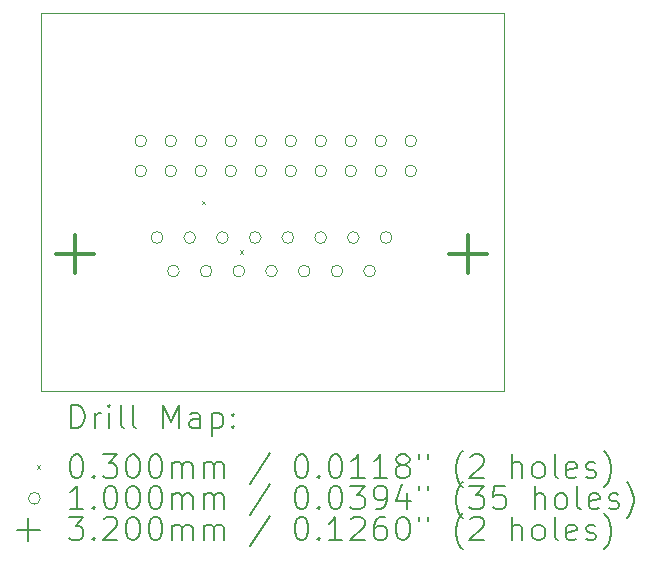
<source format=gbr>
%TF.GenerationSoftware,KiCad,Pcbnew,8.0.5*%
%TF.CreationDate,2024-10-24T17:48:36+02:00*%
%TF.ProjectId,parallel_adapter,70617261-6c6c-4656-9c5f-616461707465,rev?*%
%TF.SameCoordinates,Original*%
%TF.FileFunction,Drillmap*%
%TF.FilePolarity,Positive*%
%FSLAX45Y45*%
G04 Gerber Fmt 4.5, Leading zero omitted, Abs format (unit mm)*
G04 Created by KiCad (PCBNEW 8.0.5) date 2024-10-24 17:48:36*
%MOMM*%
%LPD*%
G01*
G04 APERTURE LIST*
%ADD10C,0.050000*%
%ADD11C,0.200000*%
%ADD12C,0.100000*%
%ADD13C,0.320000*%
G04 APERTURE END LIST*
D10*
X13060000Y-6920000D02*
X16980000Y-6920000D01*
X16980000Y-10120000D01*
X13060000Y-10120000D01*
X13060000Y-6920000D01*
D11*
D12*
X14425000Y-8505000D02*
X14455000Y-8535000D01*
X14455000Y-8505000D02*
X14425000Y-8535000D01*
X14745000Y-8925000D02*
X14775000Y-8955000D01*
X14775000Y-8925000D02*
X14745000Y-8955000D01*
X13958000Y-8000000D02*
G75*
G02*
X13858000Y-8000000I-50000J0D01*
G01*
X13858000Y-8000000D02*
G75*
G02*
X13958000Y-8000000I50000J0D01*
G01*
X13958000Y-8254000D02*
G75*
G02*
X13858000Y-8254000I-50000J0D01*
G01*
X13858000Y-8254000D02*
G75*
G02*
X13958000Y-8254000I50000J0D01*
G01*
X14095500Y-8818000D02*
G75*
G02*
X13995500Y-8818000I-50000J0D01*
G01*
X13995500Y-8818000D02*
G75*
G02*
X14095500Y-8818000I50000J0D01*
G01*
X14212000Y-8000000D02*
G75*
G02*
X14112000Y-8000000I-50000J0D01*
G01*
X14112000Y-8000000D02*
G75*
G02*
X14212000Y-8000000I50000J0D01*
G01*
X14212000Y-8254000D02*
G75*
G02*
X14112000Y-8254000I-50000J0D01*
G01*
X14112000Y-8254000D02*
G75*
G02*
X14212000Y-8254000I50000J0D01*
G01*
X14234000Y-9102000D02*
G75*
G02*
X14134000Y-9102000I-50000J0D01*
G01*
X14134000Y-9102000D02*
G75*
G02*
X14234000Y-9102000I50000J0D01*
G01*
X14372500Y-8818000D02*
G75*
G02*
X14272500Y-8818000I-50000J0D01*
G01*
X14272500Y-8818000D02*
G75*
G02*
X14372500Y-8818000I50000J0D01*
G01*
X14466000Y-8000000D02*
G75*
G02*
X14366000Y-8000000I-50000J0D01*
G01*
X14366000Y-8000000D02*
G75*
G02*
X14466000Y-8000000I50000J0D01*
G01*
X14466000Y-8254000D02*
G75*
G02*
X14366000Y-8254000I-50000J0D01*
G01*
X14366000Y-8254000D02*
G75*
G02*
X14466000Y-8254000I50000J0D01*
G01*
X14511000Y-9102000D02*
G75*
G02*
X14411000Y-9102000I-50000J0D01*
G01*
X14411000Y-9102000D02*
G75*
G02*
X14511000Y-9102000I50000J0D01*
G01*
X14649500Y-8818000D02*
G75*
G02*
X14549500Y-8818000I-50000J0D01*
G01*
X14549500Y-8818000D02*
G75*
G02*
X14649500Y-8818000I50000J0D01*
G01*
X14720000Y-8000000D02*
G75*
G02*
X14620000Y-8000000I-50000J0D01*
G01*
X14620000Y-8000000D02*
G75*
G02*
X14720000Y-8000000I50000J0D01*
G01*
X14720000Y-8254000D02*
G75*
G02*
X14620000Y-8254000I-50000J0D01*
G01*
X14620000Y-8254000D02*
G75*
G02*
X14720000Y-8254000I50000J0D01*
G01*
X14788000Y-9102000D02*
G75*
G02*
X14688000Y-9102000I-50000J0D01*
G01*
X14688000Y-9102000D02*
G75*
G02*
X14788000Y-9102000I50000J0D01*
G01*
X14926500Y-8818000D02*
G75*
G02*
X14826500Y-8818000I-50000J0D01*
G01*
X14826500Y-8818000D02*
G75*
G02*
X14926500Y-8818000I50000J0D01*
G01*
X14974000Y-8000000D02*
G75*
G02*
X14874000Y-8000000I-50000J0D01*
G01*
X14874000Y-8000000D02*
G75*
G02*
X14974000Y-8000000I50000J0D01*
G01*
X14974000Y-8254000D02*
G75*
G02*
X14874000Y-8254000I-50000J0D01*
G01*
X14874000Y-8254000D02*
G75*
G02*
X14974000Y-8254000I50000J0D01*
G01*
X15065000Y-9102000D02*
G75*
G02*
X14965000Y-9102000I-50000J0D01*
G01*
X14965000Y-9102000D02*
G75*
G02*
X15065000Y-9102000I50000J0D01*
G01*
X15203500Y-8818000D02*
G75*
G02*
X15103500Y-8818000I-50000J0D01*
G01*
X15103500Y-8818000D02*
G75*
G02*
X15203500Y-8818000I50000J0D01*
G01*
X15228000Y-8000000D02*
G75*
G02*
X15128000Y-8000000I-50000J0D01*
G01*
X15128000Y-8000000D02*
G75*
G02*
X15228000Y-8000000I50000J0D01*
G01*
X15228000Y-8254000D02*
G75*
G02*
X15128000Y-8254000I-50000J0D01*
G01*
X15128000Y-8254000D02*
G75*
G02*
X15228000Y-8254000I50000J0D01*
G01*
X15342000Y-9102000D02*
G75*
G02*
X15242000Y-9102000I-50000J0D01*
G01*
X15242000Y-9102000D02*
G75*
G02*
X15342000Y-9102000I50000J0D01*
G01*
X15480500Y-8818000D02*
G75*
G02*
X15380500Y-8818000I-50000J0D01*
G01*
X15380500Y-8818000D02*
G75*
G02*
X15480500Y-8818000I50000J0D01*
G01*
X15482000Y-8000000D02*
G75*
G02*
X15382000Y-8000000I-50000J0D01*
G01*
X15382000Y-8000000D02*
G75*
G02*
X15482000Y-8000000I50000J0D01*
G01*
X15482000Y-8254000D02*
G75*
G02*
X15382000Y-8254000I-50000J0D01*
G01*
X15382000Y-8254000D02*
G75*
G02*
X15482000Y-8254000I50000J0D01*
G01*
X15619000Y-9102000D02*
G75*
G02*
X15519000Y-9102000I-50000J0D01*
G01*
X15519000Y-9102000D02*
G75*
G02*
X15619000Y-9102000I50000J0D01*
G01*
X15736000Y-8000000D02*
G75*
G02*
X15636000Y-8000000I-50000J0D01*
G01*
X15636000Y-8000000D02*
G75*
G02*
X15736000Y-8000000I50000J0D01*
G01*
X15736000Y-8254000D02*
G75*
G02*
X15636000Y-8254000I-50000J0D01*
G01*
X15636000Y-8254000D02*
G75*
G02*
X15736000Y-8254000I50000J0D01*
G01*
X15757500Y-8818000D02*
G75*
G02*
X15657500Y-8818000I-50000J0D01*
G01*
X15657500Y-8818000D02*
G75*
G02*
X15757500Y-8818000I50000J0D01*
G01*
X15896000Y-9102000D02*
G75*
G02*
X15796000Y-9102000I-50000J0D01*
G01*
X15796000Y-9102000D02*
G75*
G02*
X15896000Y-9102000I50000J0D01*
G01*
X15990000Y-8000000D02*
G75*
G02*
X15890000Y-8000000I-50000J0D01*
G01*
X15890000Y-8000000D02*
G75*
G02*
X15990000Y-8000000I50000J0D01*
G01*
X15990000Y-8254000D02*
G75*
G02*
X15890000Y-8254000I-50000J0D01*
G01*
X15890000Y-8254000D02*
G75*
G02*
X15990000Y-8254000I50000J0D01*
G01*
X16034500Y-8818000D02*
G75*
G02*
X15934500Y-8818000I-50000J0D01*
G01*
X15934500Y-8818000D02*
G75*
G02*
X16034500Y-8818000I50000J0D01*
G01*
X16244000Y-8000000D02*
G75*
G02*
X16144000Y-8000000I-50000J0D01*
G01*
X16144000Y-8000000D02*
G75*
G02*
X16244000Y-8000000I50000J0D01*
G01*
X16244000Y-8254000D02*
G75*
G02*
X16144000Y-8254000I-50000J0D01*
G01*
X16144000Y-8254000D02*
G75*
G02*
X16244000Y-8254000I50000J0D01*
G01*
D13*
X13350000Y-8800000D02*
X13350000Y-9120000D01*
X13190000Y-8960000D02*
X13510000Y-8960000D01*
X16680000Y-8800000D02*
X16680000Y-9120000D01*
X16520000Y-8960000D02*
X16840000Y-8960000D01*
D11*
X13318277Y-10433984D02*
X13318277Y-10233984D01*
X13318277Y-10233984D02*
X13365896Y-10233984D01*
X13365896Y-10233984D02*
X13394467Y-10243508D01*
X13394467Y-10243508D02*
X13413515Y-10262555D01*
X13413515Y-10262555D02*
X13423039Y-10281603D01*
X13423039Y-10281603D02*
X13432562Y-10319698D01*
X13432562Y-10319698D02*
X13432562Y-10348270D01*
X13432562Y-10348270D02*
X13423039Y-10386365D01*
X13423039Y-10386365D02*
X13413515Y-10405412D01*
X13413515Y-10405412D02*
X13394467Y-10424460D01*
X13394467Y-10424460D02*
X13365896Y-10433984D01*
X13365896Y-10433984D02*
X13318277Y-10433984D01*
X13518277Y-10433984D02*
X13518277Y-10300650D01*
X13518277Y-10338746D02*
X13527801Y-10319698D01*
X13527801Y-10319698D02*
X13537324Y-10310174D01*
X13537324Y-10310174D02*
X13556372Y-10300650D01*
X13556372Y-10300650D02*
X13575420Y-10300650D01*
X13642086Y-10433984D02*
X13642086Y-10300650D01*
X13642086Y-10233984D02*
X13632562Y-10243508D01*
X13632562Y-10243508D02*
X13642086Y-10253031D01*
X13642086Y-10253031D02*
X13651610Y-10243508D01*
X13651610Y-10243508D02*
X13642086Y-10233984D01*
X13642086Y-10233984D02*
X13642086Y-10253031D01*
X13765896Y-10433984D02*
X13746848Y-10424460D01*
X13746848Y-10424460D02*
X13737324Y-10405412D01*
X13737324Y-10405412D02*
X13737324Y-10233984D01*
X13870658Y-10433984D02*
X13851610Y-10424460D01*
X13851610Y-10424460D02*
X13842086Y-10405412D01*
X13842086Y-10405412D02*
X13842086Y-10233984D01*
X14099229Y-10433984D02*
X14099229Y-10233984D01*
X14099229Y-10233984D02*
X14165896Y-10376841D01*
X14165896Y-10376841D02*
X14232562Y-10233984D01*
X14232562Y-10233984D02*
X14232562Y-10433984D01*
X14413515Y-10433984D02*
X14413515Y-10329222D01*
X14413515Y-10329222D02*
X14403991Y-10310174D01*
X14403991Y-10310174D02*
X14384943Y-10300650D01*
X14384943Y-10300650D02*
X14346848Y-10300650D01*
X14346848Y-10300650D02*
X14327801Y-10310174D01*
X14413515Y-10424460D02*
X14394467Y-10433984D01*
X14394467Y-10433984D02*
X14346848Y-10433984D01*
X14346848Y-10433984D02*
X14327801Y-10424460D01*
X14327801Y-10424460D02*
X14318277Y-10405412D01*
X14318277Y-10405412D02*
X14318277Y-10386365D01*
X14318277Y-10386365D02*
X14327801Y-10367317D01*
X14327801Y-10367317D02*
X14346848Y-10357793D01*
X14346848Y-10357793D02*
X14394467Y-10357793D01*
X14394467Y-10357793D02*
X14413515Y-10348270D01*
X14508753Y-10300650D02*
X14508753Y-10500650D01*
X14508753Y-10310174D02*
X14527801Y-10300650D01*
X14527801Y-10300650D02*
X14565896Y-10300650D01*
X14565896Y-10300650D02*
X14584943Y-10310174D01*
X14584943Y-10310174D02*
X14594467Y-10319698D01*
X14594467Y-10319698D02*
X14603991Y-10338746D01*
X14603991Y-10338746D02*
X14603991Y-10395889D01*
X14603991Y-10395889D02*
X14594467Y-10414936D01*
X14594467Y-10414936D02*
X14584943Y-10424460D01*
X14584943Y-10424460D02*
X14565896Y-10433984D01*
X14565896Y-10433984D02*
X14527801Y-10433984D01*
X14527801Y-10433984D02*
X14508753Y-10424460D01*
X14689705Y-10414936D02*
X14699229Y-10424460D01*
X14699229Y-10424460D02*
X14689705Y-10433984D01*
X14689705Y-10433984D02*
X14680182Y-10424460D01*
X14680182Y-10424460D02*
X14689705Y-10414936D01*
X14689705Y-10414936D02*
X14689705Y-10433984D01*
X14689705Y-10310174D02*
X14699229Y-10319698D01*
X14699229Y-10319698D02*
X14689705Y-10329222D01*
X14689705Y-10329222D02*
X14680182Y-10319698D01*
X14680182Y-10319698D02*
X14689705Y-10310174D01*
X14689705Y-10310174D02*
X14689705Y-10329222D01*
D12*
X13027500Y-10747500D02*
X13057500Y-10777500D01*
X13057500Y-10747500D02*
X13027500Y-10777500D01*
D11*
X13356372Y-10653984D02*
X13375420Y-10653984D01*
X13375420Y-10653984D02*
X13394467Y-10663508D01*
X13394467Y-10663508D02*
X13403991Y-10673031D01*
X13403991Y-10673031D02*
X13413515Y-10692079D01*
X13413515Y-10692079D02*
X13423039Y-10730174D01*
X13423039Y-10730174D02*
X13423039Y-10777793D01*
X13423039Y-10777793D02*
X13413515Y-10815889D01*
X13413515Y-10815889D02*
X13403991Y-10834936D01*
X13403991Y-10834936D02*
X13394467Y-10844460D01*
X13394467Y-10844460D02*
X13375420Y-10853984D01*
X13375420Y-10853984D02*
X13356372Y-10853984D01*
X13356372Y-10853984D02*
X13337324Y-10844460D01*
X13337324Y-10844460D02*
X13327801Y-10834936D01*
X13327801Y-10834936D02*
X13318277Y-10815889D01*
X13318277Y-10815889D02*
X13308753Y-10777793D01*
X13308753Y-10777793D02*
X13308753Y-10730174D01*
X13308753Y-10730174D02*
X13318277Y-10692079D01*
X13318277Y-10692079D02*
X13327801Y-10673031D01*
X13327801Y-10673031D02*
X13337324Y-10663508D01*
X13337324Y-10663508D02*
X13356372Y-10653984D01*
X13508753Y-10834936D02*
X13518277Y-10844460D01*
X13518277Y-10844460D02*
X13508753Y-10853984D01*
X13508753Y-10853984D02*
X13499229Y-10844460D01*
X13499229Y-10844460D02*
X13508753Y-10834936D01*
X13508753Y-10834936D02*
X13508753Y-10853984D01*
X13584943Y-10653984D02*
X13708753Y-10653984D01*
X13708753Y-10653984D02*
X13642086Y-10730174D01*
X13642086Y-10730174D02*
X13670658Y-10730174D01*
X13670658Y-10730174D02*
X13689705Y-10739698D01*
X13689705Y-10739698D02*
X13699229Y-10749222D01*
X13699229Y-10749222D02*
X13708753Y-10768270D01*
X13708753Y-10768270D02*
X13708753Y-10815889D01*
X13708753Y-10815889D02*
X13699229Y-10834936D01*
X13699229Y-10834936D02*
X13689705Y-10844460D01*
X13689705Y-10844460D02*
X13670658Y-10853984D01*
X13670658Y-10853984D02*
X13613515Y-10853984D01*
X13613515Y-10853984D02*
X13594467Y-10844460D01*
X13594467Y-10844460D02*
X13584943Y-10834936D01*
X13832562Y-10653984D02*
X13851610Y-10653984D01*
X13851610Y-10653984D02*
X13870658Y-10663508D01*
X13870658Y-10663508D02*
X13880182Y-10673031D01*
X13880182Y-10673031D02*
X13889705Y-10692079D01*
X13889705Y-10692079D02*
X13899229Y-10730174D01*
X13899229Y-10730174D02*
X13899229Y-10777793D01*
X13899229Y-10777793D02*
X13889705Y-10815889D01*
X13889705Y-10815889D02*
X13880182Y-10834936D01*
X13880182Y-10834936D02*
X13870658Y-10844460D01*
X13870658Y-10844460D02*
X13851610Y-10853984D01*
X13851610Y-10853984D02*
X13832562Y-10853984D01*
X13832562Y-10853984D02*
X13813515Y-10844460D01*
X13813515Y-10844460D02*
X13803991Y-10834936D01*
X13803991Y-10834936D02*
X13794467Y-10815889D01*
X13794467Y-10815889D02*
X13784943Y-10777793D01*
X13784943Y-10777793D02*
X13784943Y-10730174D01*
X13784943Y-10730174D02*
X13794467Y-10692079D01*
X13794467Y-10692079D02*
X13803991Y-10673031D01*
X13803991Y-10673031D02*
X13813515Y-10663508D01*
X13813515Y-10663508D02*
X13832562Y-10653984D01*
X14023039Y-10653984D02*
X14042086Y-10653984D01*
X14042086Y-10653984D02*
X14061134Y-10663508D01*
X14061134Y-10663508D02*
X14070658Y-10673031D01*
X14070658Y-10673031D02*
X14080182Y-10692079D01*
X14080182Y-10692079D02*
X14089705Y-10730174D01*
X14089705Y-10730174D02*
X14089705Y-10777793D01*
X14089705Y-10777793D02*
X14080182Y-10815889D01*
X14080182Y-10815889D02*
X14070658Y-10834936D01*
X14070658Y-10834936D02*
X14061134Y-10844460D01*
X14061134Y-10844460D02*
X14042086Y-10853984D01*
X14042086Y-10853984D02*
X14023039Y-10853984D01*
X14023039Y-10853984D02*
X14003991Y-10844460D01*
X14003991Y-10844460D02*
X13994467Y-10834936D01*
X13994467Y-10834936D02*
X13984943Y-10815889D01*
X13984943Y-10815889D02*
X13975420Y-10777793D01*
X13975420Y-10777793D02*
X13975420Y-10730174D01*
X13975420Y-10730174D02*
X13984943Y-10692079D01*
X13984943Y-10692079D02*
X13994467Y-10673031D01*
X13994467Y-10673031D02*
X14003991Y-10663508D01*
X14003991Y-10663508D02*
X14023039Y-10653984D01*
X14175420Y-10853984D02*
X14175420Y-10720650D01*
X14175420Y-10739698D02*
X14184943Y-10730174D01*
X14184943Y-10730174D02*
X14203991Y-10720650D01*
X14203991Y-10720650D02*
X14232563Y-10720650D01*
X14232563Y-10720650D02*
X14251610Y-10730174D01*
X14251610Y-10730174D02*
X14261134Y-10749222D01*
X14261134Y-10749222D02*
X14261134Y-10853984D01*
X14261134Y-10749222D02*
X14270658Y-10730174D01*
X14270658Y-10730174D02*
X14289705Y-10720650D01*
X14289705Y-10720650D02*
X14318277Y-10720650D01*
X14318277Y-10720650D02*
X14337324Y-10730174D01*
X14337324Y-10730174D02*
X14346848Y-10749222D01*
X14346848Y-10749222D02*
X14346848Y-10853984D01*
X14442086Y-10853984D02*
X14442086Y-10720650D01*
X14442086Y-10739698D02*
X14451610Y-10730174D01*
X14451610Y-10730174D02*
X14470658Y-10720650D01*
X14470658Y-10720650D02*
X14499229Y-10720650D01*
X14499229Y-10720650D02*
X14518277Y-10730174D01*
X14518277Y-10730174D02*
X14527801Y-10749222D01*
X14527801Y-10749222D02*
X14527801Y-10853984D01*
X14527801Y-10749222D02*
X14537324Y-10730174D01*
X14537324Y-10730174D02*
X14556372Y-10720650D01*
X14556372Y-10720650D02*
X14584943Y-10720650D01*
X14584943Y-10720650D02*
X14603991Y-10730174D01*
X14603991Y-10730174D02*
X14613515Y-10749222D01*
X14613515Y-10749222D02*
X14613515Y-10853984D01*
X15003991Y-10644460D02*
X14832563Y-10901603D01*
X15261134Y-10653984D02*
X15280182Y-10653984D01*
X15280182Y-10653984D02*
X15299229Y-10663508D01*
X15299229Y-10663508D02*
X15308753Y-10673031D01*
X15308753Y-10673031D02*
X15318277Y-10692079D01*
X15318277Y-10692079D02*
X15327801Y-10730174D01*
X15327801Y-10730174D02*
X15327801Y-10777793D01*
X15327801Y-10777793D02*
X15318277Y-10815889D01*
X15318277Y-10815889D02*
X15308753Y-10834936D01*
X15308753Y-10834936D02*
X15299229Y-10844460D01*
X15299229Y-10844460D02*
X15280182Y-10853984D01*
X15280182Y-10853984D02*
X15261134Y-10853984D01*
X15261134Y-10853984D02*
X15242086Y-10844460D01*
X15242086Y-10844460D02*
X15232563Y-10834936D01*
X15232563Y-10834936D02*
X15223039Y-10815889D01*
X15223039Y-10815889D02*
X15213515Y-10777793D01*
X15213515Y-10777793D02*
X15213515Y-10730174D01*
X15213515Y-10730174D02*
X15223039Y-10692079D01*
X15223039Y-10692079D02*
X15232563Y-10673031D01*
X15232563Y-10673031D02*
X15242086Y-10663508D01*
X15242086Y-10663508D02*
X15261134Y-10653984D01*
X15413515Y-10834936D02*
X15423039Y-10844460D01*
X15423039Y-10844460D02*
X15413515Y-10853984D01*
X15413515Y-10853984D02*
X15403991Y-10844460D01*
X15403991Y-10844460D02*
X15413515Y-10834936D01*
X15413515Y-10834936D02*
X15413515Y-10853984D01*
X15546848Y-10653984D02*
X15565896Y-10653984D01*
X15565896Y-10653984D02*
X15584944Y-10663508D01*
X15584944Y-10663508D02*
X15594467Y-10673031D01*
X15594467Y-10673031D02*
X15603991Y-10692079D01*
X15603991Y-10692079D02*
X15613515Y-10730174D01*
X15613515Y-10730174D02*
X15613515Y-10777793D01*
X15613515Y-10777793D02*
X15603991Y-10815889D01*
X15603991Y-10815889D02*
X15594467Y-10834936D01*
X15594467Y-10834936D02*
X15584944Y-10844460D01*
X15584944Y-10844460D02*
X15565896Y-10853984D01*
X15565896Y-10853984D02*
X15546848Y-10853984D01*
X15546848Y-10853984D02*
X15527801Y-10844460D01*
X15527801Y-10844460D02*
X15518277Y-10834936D01*
X15518277Y-10834936D02*
X15508753Y-10815889D01*
X15508753Y-10815889D02*
X15499229Y-10777793D01*
X15499229Y-10777793D02*
X15499229Y-10730174D01*
X15499229Y-10730174D02*
X15508753Y-10692079D01*
X15508753Y-10692079D02*
X15518277Y-10673031D01*
X15518277Y-10673031D02*
X15527801Y-10663508D01*
X15527801Y-10663508D02*
X15546848Y-10653984D01*
X15803991Y-10853984D02*
X15689706Y-10853984D01*
X15746848Y-10853984D02*
X15746848Y-10653984D01*
X15746848Y-10653984D02*
X15727801Y-10682555D01*
X15727801Y-10682555D02*
X15708753Y-10701603D01*
X15708753Y-10701603D02*
X15689706Y-10711127D01*
X15994467Y-10853984D02*
X15880182Y-10853984D01*
X15937325Y-10853984D02*
X15937325Y-10653984D01*
X15937325Y-10653984D02*
X15918277Y-10682555D01*
X15918277Y-10682555D02*
X15899229Y-10701603D01*
X15899229Y-10701603D02*
X15880182Y-10711127D01*
X16108753Y-10739698D02*
X16089706Y-10730174D01*
X16089706Y-10730174D02*
X16080182Y-10720650D01*
X16080182Y-10720650D02*
X16070658Y-10701603D01*
X16070658Y-10701603D02*
X16070658Y-10692079D01*
X16070658Y-10692079D02*
X16080182Y-10673031D01*
X16080182Y-10673031D02*
X16089706Y-10663508D01*
X16089706Y-10663508D02*
X16108753Y-10653984D01*
X16108753Y-10653984D02*
X16146848Y-10653984D01*
X16146848Y-10653984D02*
X16165896Y-10663508D01*
X16165896Y-10663508D02*
X16175420Y-10673031D01*
X16175420Y-10673031D02*
X16184944Y-10692079D01*
X16184944Y-10692079D02*
X16184944Y-10701603D01*
X16184944Y-10701603D02*
X16175420Y-10720650D01*
X16175420Y-10720650D02*
X16165896Y-10730174D01*
X16165896Y-10730174D02*
X16146848Y-10739698D01*
X16146848Y-10739698D02*
X16108753Y-10739698D01*
X16108753Y-10739698D02*
X16089706Y-10749222D01*
X16089706Y-10749222D02*
X16080182Y-10758746D01*
X16080182Y-10758746D02*
X16070658Y-10777793D01*
X16070658Y-10777793D02*
X16070658Y-10815889D01*
X16070658Y-10815889D02*
X16080182Y-10834936D01*
X16080182Y-10834936D02*
X16089706Y-10844460D01*
X16089706Y-10844460D02*
X16108753Y-10853984D01*
X16108753Y-10853984D02*
X16146848Y-10853984D01*
X16146848Y-10853984D02*
X16165896Y-10844460D01*
X16165896Y-10844460D02*
X16175420Y-10834936D01*
X16175420Y-10834936D02*
X16184944Y-10815889D01*
X16184944Y-10815889D02*
X16184944Y-10777793D01*
X16184944Y-10777793D02*
X16175420Y-10758746D01*
X16175420Y-10758746D02*
X16165896Y-10749222D01*
X16165896Y-10749222D02*
X16146848Y-10739698D01*
X16261134Y-10653984D02*
X16261134Y-10692079D01*
X16337325Y-10653984D02*
X16337325Y-10692079D01*
X16632563Y-10930174D02*
X16623039Y-10920650D01*
X16623039Y-10920650D02*
X16603991Y-10892079D01*
X16603991Y-10892079D02*
X16594468Y-10873031D01*
X16594468Y-10873031D02*
X16584944Y-10844460D01*
X16584944Y-10844460D02*
X16575420Y-10796841D01*
X16575420Y-10796841D02*
X16575420Y-10758746D01*
X16575420Y-10758746D02*
X16584944Y-10711127D01*
X16584944Y-10711127D02*
X16594468Y-10682555D01*
X16594468Y-10682555D02*
X16603991Y-10663508D01*
X16603991Y-10663508D02*
X16623039Y-10634936D01*
X16623039Y-10634936D02*
X16632563Y-10625412D01*
X16699229Y-10673031D02*
X16708753Y-10663508D01*
X16708753Y-10663508D02*
X16727801Y-10653984D01*
X16727801Y-10653984D02*
X16775420Y-10653984D01*
X16775420Y-10653984D02*
X16794468Y-10663508D01*
X16794468Y-10663508D02*
X16803991Y-10673031D01*
X16803991Y-10673031D02*
X16813515Y-10692079D01*
X16813515Y-10692079D02*
X16813515Y-10711127D01*
X16813515Y-10711127D02*
X16803991Y-10739698D01*
X16803991Y-10739698D02*
X16689706Y-10853984D01*
X16689706Y-10853984D02*
X16813515Y-10853984D01*
X17051611Y-10853984D02*
X17051611Y-10653984D01*
X17137325Y-10853984D02*
X17137325Y-10749222D01*
X17137325Y-10749222D02*
X17127801Y-10730174D01*
X17127801Y-10730174D02*
X17108753Y-10720650D01*
X17108753Y-10720650D02*
X17080182Y-10720650D01*
X17080182Y-10720650D02*
X17061134Y-10730174D01*
X17061134Y-10730174D02*
X17051611Y-10739698D01*
X17261134Y-10853984D02*
X17242087Y-10844460D01*
X17242087Y-10844460D02*
X17232563Y-10834936D01*
X17232563Y-10834936D02*
X17223039Y-10815889D01*
X17223039Y-10815889D02*
X17223039Y-10758746D01*
X17223039Y-10758746D02*
X17232563Y-10739698D01*
X17232563Y-10739698D02*
X17242087Y-10730174D01*
X17242087Y-10730174D02*
X17261134Y-10720650D01*
X17261134Y-10720650D02*
X17289706Y-10720650D01*
X17289706Y-10720650D02*
X17308753Y-10730174D01*
X17308753Y-10730174D02*
X17318277Y-10739698D01*
X17318277Y-10739698D02*
X17327801Y-10758746D01*
X17327801Y-10758746D02*
X17327801Y-10815889D01*
X17327801Y-10815889D02*
X17318277Y-10834936D01*
X17318277Y-10834936D02*
X17308753Y-10844460D01*
X17308753Y-10844460D02*
X17289706Y-10853984D01*
X17289706Y-10853984D02*
X17261134Y-10853984D01*
X17442087Y-10853984D02*
X17423039Y-10844460D01*
X17423039Y-10844460D02*
X17413515Y-10825412D01*
X17413515Y-10825412D02*
X17413515Y-10653984D01*
X17594468Y-10844460D02*
X17575420Y-10853984D01*
X17575420Y-10853984D02*
X17537325Y-10853984D01*
X17537325Y-10853984D02*
X17518277Y-10844460D01*
X17518277Y-10844460D02*
X17508753Y-10825412D01*
X17508753Y-10825412D02*
X17508753Y-10749222D01*
X17508753Y-10749222D02*
X17518277Y-10730174D01*
X17518277Y-10730174D02*
X17537325Y-10720650D01*
X17537325Y-10720650D02*
X17575420Y-10720650D01*
X17575420Y-10720650D02*
X17594468Y-10730174D01*
X17594468Y-10730174D02*
X17603992Y-10749222D01*
X17603992Y-10749222D02*
X17603992Y-10768270D01*
X17603992Y-10768270D02*
X17508753Y-10787317D01*
X17680182Y-10844460D02*
X17699230Y-10853984D01*
X17699230Y-10853984D02*
X17737325Y-10853984D01*
X17737325Y-10853984D02*
X17756373Y-10844460D01*
X17756373Y-10844460D02*
X17765896Y-10825412D01*
X17765896Y-10825412D02*
X17765896Y-10815889D01*
X17765896Y-10815889D02*
X17756373Y-10796841D01*
X17756373Y-10796841D02*
X17737325Y-10787317D01*
X17737325Y-10787317D02*
X17708753Y-10787317D01*
X17708753Y-10787317D02*
X17689706Y-10777793D01*
X17689706Y-10777793D02*
X17680182Y-10758746D01*
X17680182Y-10758746D02*
X17680182Y-10749222D01*
X17680182Y-10749222D02*
X17689706Y-10730174D01*
X17689706Y-10730174D02*
X17708753Y-10720650D01*
X17708753Y-10720650D02*
X17737325Y-10720650D01*
X17737325Y-10720650D02*
X17756373Y-10730174D01*
X17832563Y-10930174D02*
X17842087Y-10920650D01*
X17842087Y-10920650D02*
X17861134Y-10892079D01*
X17861134Y-10892079D02*
X17870658Y-10873031D01*
X17870658Y-10873031D02*
X17880182Y-10844460D01*
X17880182Y-10844460D02*
X17889706Y-10796841D01*
X17889706Y-10796841D02*
X17889706Y-10758746D01*
X17889706Y-10758746D02*
X17880182Y-10711127D01*
X17880182Y-10711127D02*
X17870658Y-10682555D01*
X17870658Y-10682555D02*
X17861134Y-10663508D01*
X17861134Y-10663508D02*
X17842087Y-10634936D01*
X17842087Y-10634936D02*
X17832563Y-10625412D01*
D12*
X13057500Y-11026500D02*
G75*
G02*
X12957500Y-11026500I-50000J0D01*
G01*
X12957500Y-11026500D02*
G75*
G02*
X13057500Y-11026500I50000J0D01*
G01*
D11*
X13423039Y-11117984D02*
X13308753Y-11117984D01*
X13365896Y-11117984D02*
X13365896Y-10917984D01*
X13365896Y-10917984D02*
X13346848Y-10946555D01*
X13346848Y-10946555D02*
X13327801Y-10965603D01*
X13327801Y-10965603D02*
X13308753Y-10975127D01*
X13508753Y-11098936D02*
X13518277Y-11108460D01*
X13518277Y-11108460D02*
X13508753Y-11117984D01*
X13508753Y-11117984D02*
X13499229Y-11108460D01*
X13499229Y-11108460D02*
X13508753Y-11098936D01*
X13508753Y-11098936D02*
X13508753Y-11117984D01*
X13642086Y-10917984D02*
X13661134Y-10917984D01*
X13661134Y-10917984D02*
X13680182Y-10927508D01*
X13680182Y-10927508D02*
X13689705Y-10937031D01*
X13689705Y-10937031D02*
X13699229Y-10956079D01*
X13699229Y-10956079D02*
X13708753Y-10994174D01*
X13708753Y-10994174D02*
X13708753Y-11041793D01*
X13708753Y-11041793D02*
X13699229Y-11079889D01*
X13699229Y-11079889D02*
X13689705Y-11098936D01*
X13689705Y-11098936D02*
X13680182Y-11108460D01*
X13680182Y-11108460D02*
X13661134Y-11117984D01*
X13661134Y-11117984D02*
X13642086Y-11117984D01*
X13642086Y-11117984D02*
X13623039Y-11108460D01*
X13623039Y-11108460D02*
X13613515Y-11098936D01*
X13613515Y-11098936D02*
X13603991Y-11079889D01*
X13603991Y-11079889D02*
X13594467Y-11041793D01*
X13594467Y-11041793D02*
X13594467Y-10994174D01*
X13594467Y-10994174D02*
X13603991Y-10956079D01*
X13603991Y-10956079D02*
X13613515Y-10937031D01*
X13613515Y-10937031D02*
X13623039Y-10927508D01*
X13623039Y-10927508D02*
X13642086Y-10917984D01*
X13832562Y-10917984D02*
X13851610Y-10917984D01*
X13851610Y-10917984D02*
X13870658Y-10927508D01*
X13870658Y-10927508D02*
X13880182Y-10937031D01*
X13880182Y-10937031D02*
X13889705Y-10956079D01*
X13889705Y-10956079D02*
X13899229Y-10994174D01*
X13899229Y-10994174D02*
X13899229Y-11041793D01*
X13899229Y-11041793D02*
X13889705Y-11079889D01*
X13889705Y-11079889D02*
X13880182Y-11098936D01*
X13880182Y-11098936D02*
X13870658Y-11108460D01*
X13870658Y-11108460D02*
X13851610Y-11117984D01*
X13851610Y-11117984D02*
X13832562Y-11117984D01*
X13832562Y-11117984D02*
X13813515Y-11108460D01*
X13813515Y-11108460D02*
X13803991Y-11098936D01*
X13803991Y-11098936D02*
X13794467Y-11079889D01*
X13794467Y-11079889D02*
X13784943Y-11041793D01*
X13784943Y-11041793D02*
X13784943Y-10994174D01*
X13784943Y-10994174D02*
X13794467Y-10956079D01*
X13794467Y-10956079D02*
X13803991Y-10937031D01*
X13803991Y-10937031D02*
X13813515Y-10927508D01*
X13813515Y-10927508D02*
X13832562Y-10917984D01*
X14023039Y-10917984D02*
X14042086Y-10917984D01*
X14042086Y-10917984D02*
X14061134Y-10927508D01*
X14061134Y-10927508D02*
X14070658Y-10937031D01*
X14070658Y-10937031D02*
X14080182Y-10956079D01*
X14080182Y-10956079D02*
X14089705Y-10994174D01*
X14089705Y-10994174D02*
X14089705Y-11041793D01*
X14089705Y-11041793D02*
X14080182Y-11079889D01*
X14080182Y-11079889D02*
X14070658Y-11098936D01*
X14070658Y-11098936D02*
X14061134Y-11108460D01*
X14061134Y-11108460D02*
X14042086Y-11117984D01*
X14042086Y-11117984D02*
X14023039Y-11117984D01*
X14023039Y-11117984D02*
X14003991Y-11108460D01*
X14003991Y-11108460D02*
X13994467Y-11098936D01*
X13994467Y-11098936D02*
X13984943Y-11079889D01*
X13984943Y-11079889D02*
X13975420Y-11041793D01*
X13975420Y-11041793D02*
X13975420Y-10994174D01*
X13975420Y-10994174D02*
X13984943Y-10956079D01*
X13984943Y-10956079D02*
X13994467Y-10937031D01*
X13994467Y-10937031D02*
X14003991Y-10927508D01*
X14003991Y-10927508D02*
X14023039Y-10917984D01*
X14175420Y-11117984D02*
X14175420Y-10984650D01*
X14175420Y-11003698D02*
X14184943Y-10994174D01*
X14184943Y-10994174D02*
X14203991Y-10984650D01*
X14203991Y-10984650D02*
X14232563Y-10984650D01*
X14232563Y-10984650D02*
X14251610Y-10994174D01*
X14251610Y-10994174D02*
X14261134Y-11013222D01*
X14261134Y-11013222D02*
X14261134Y-11117984D01*
X14261134Y-11013222D02*
X14270658Y-10994174D01*
X14270658Y-10994174D02*
X14289705Y-10984650D01*
X14289705Y-10984650D02*
X14318277Y-10984650D01*
X14318277Y-10984650D02*
X14337324Y-10994174D01*
X14337324Y-10994174D02*
X14346848Y-11013222D01*
X14346848Y-11013222D02*
X14346848Y-11117984D01*
X14442086Y-11117984D02*
X14442086Y-10984650D01*
X14442086Y-11003698D02*
X14451610Y-10994174D01*
X14451610Y-10994174D02*
X14470658Y-10984650D01*
X14470658Y-10984650D02*
X14499229Y-10984650D01*
X14499229Y-10984650D02*
X14518277Y-10994174D01*
X14518277Y-10994174D02*
X14527801Y-11013222D01*
X14527801Y-11013222D02*
X14527801Y-11117984D01*
X14527801Y-11013222D02*
X14537324Y-10994174D01*
X14537324Y-10994174D02*
X14556372Y-10984650D01*
X14556372Y-10984650D02*
X14584943Y-10984650D01*
X14584943Y-10984650D02*
X14603991Y-10994174D01*
X14603991Y-10994174D02*
X14613515Y-11013222D01*
X14613515Y-11013222D02*
X14613515Y-11117984D01*
X15003991Y-10908460D02*
X14832563Y-11165603D01*
X15261134Y-10917984D02*
X15280182Y-10917984D01*
X15280182Y-10917984D02*
X15299229Y-10927508D01*
X15299229Y-10927508D02*
X15308753Y-10937031D01*
X15308753Y-10937031D02*
X15318277Y-10956079D01*
X15318277Y-10956079D02*
X15327801Y-10994174D01*
X15327801Y-10994174D02*
X15327801Y-11041793D01*
X15327801Y-11041793D02*
X15318277Y-11079889D01*
X15318277Y-11079889D02*
X15308753Y-11098936D01*
X15308753Y-11098936D02*
X15299229Y-11108460D01*
X15299229Y-11108460D02*
X15280182Y-11117984D01*
X15280182Y-11117984D02*
X15261134Y-11117984D01*
X15261134Y-11117984D02*
X15242086Y-11108460D01*
X15242086Y-11108460D02*
X15232563Y-11098936D01*
X15232563Y-11098936D02*
X15223039Y-11079889D01*
X15223039Y-11079889D02*
X15213515Y-11041793D01*
X15213515Y-11041793D02*
X15213515Y-10994174D01*
X15213515Y-10994174D02*
X15223039Y-10956079D01*
X15223039Y-10956079D02*
X15232563Y-10937031D01*
X15232563Y-10937031D02*
X15242086Y-10927508D01*
X15242086Y-10927508D02*
X15261134Y-10917984D01*
X15413515Y-11098936D02*
X15423039Y-11108460D01*
X15423039Y-11108460D02*
X15413515Y-11117984D01*
X15413515Y-11117984D02*
X15403991Y-11108460D01*
X15403991Y-11108460D02*
X15413515Y-11098936D01*
X15413515Y-11098936D02*
X15413515Y-11117984D01*
X15546848Y-10917984D02*
X15565896Y-10917984D01*
X15565896Y-10917984D02*
X15584944Y-10927508D01*
X15584944Y-10927508D02*
X15594467Y-10937031D01*
X15594467Y-10937031D02*
X15603991Y-10956079D01*
X15603991Y-10956079D02*
X15613515Y-10994174D01*
X15613515Y-10994174D02*
X15613515Y-11041793D01*
X15613515Y-11041793D02*
X15603991Y-11079889D01*
X15603991Y-11079889D02*
X15594467Y-11098936D01*
X15594467Y-11098936D02*
X15584944Y-11108460D01*
X15584944Y-11108460D02*
X15565896Y-11117984D01*
X15565896Y-11117984D02*
X15546848Y-11117984D01*
X15546848Y-11117984D02*
X15527801Y-11108460D01*
X15527801Y-11108460D02*
X15518277Y-11098936D01*
X15518277Y-11098936D02*
X15508753Y-11079889D01*
X15508753Y-11079889D02*
X15499229Y-11041793D01*
X15499229Y-11041793D02*
X15499229Y-10994174D01*
X15499229Y-10994174D02*
X15508753Y-10956079D01*
X15508753Y-10956079D02*
X15518277Y-10937031D01*
X15518277Y-10937031D02*
X15527801Y-10927508D01*
X15527801Y-10927508D02*
X15546848Y-10917984D01*
X15680182Y-10917984D02*
X15803991Y-10917984D01*
X15803991Y-10917984D02*
X15737325Y-10994174D01*
X15737325Y-10994174D02*
X15765896Y-10994174D01*
X15765896Y-10994174D02*
X15784944Y-11003698D01*
X15784944Y-11003698D02*
X15794467Y-11013222D01*
X15794467Y-11013222D02*
X15803991Y-11032270D01*
X15803991Y-11032270D02*
X15803991Y-11079889D01*
X15803991Y-11079889D02*
X15794467Y-11098936D01*
X15794467Y-11098936D02*
X15784944Y-11108460D01*
X15784944Y-11108460D02*
X15765896Y-11117984D01*
X15765896Y-11117984D02*
X15708753Y-11117984D01*
X15708753Y-11117984D02*
X15689706Y-11108460D01*
X15689706Y-11108460D02*
X15680182Y-11098936D01*
X15899229Y-11117984D02*
X15937325Y-11117984D01*
X15937325Y-11117984D02*
X15956372Y-11108460D01*
X15956372Y-11108460D02*
X15965896Y-11098936D01*
X15965896Y-11098936D02*
X15984944Y-11070365D01*
X15984944Y-11070365D02*
X15994467Y-11032270D01*
X15994467Y-11032270D02*
X15994467Y-10956079D01*
X15994467Y-10956079D02*
X15984944Y-10937031D01*
X15984944Y-10937031D02*
X15975420Y-10927508D01*
X15975420Y-10927508D02*
X15956372Y-10917984D01*
X15956372Y-10917984D02*
X15918277Y-10917984D01*
X15918277Y-10917984D02*
X15899229Y-10927508D01*
X15899229Y-10927508D02*
X15889706Y-10937031D01*
X15889706Y-10937031D02*
X15880182Y-10956079D01*
X15880182Y-10956079D02*
X15880182Y-11003698D01*
X15880182Y-11003698D02*
X15889706Y-11022746D01*
X15889706Y-11022746D02*
X15899229Y-11032270D01*
X15899229Y-11032270D02*
X15918277Y-11041793D01*
X15918277Y-11041793D02*
X15956372Y-11041793D01*
X15956372Y-11041793D02*
X15975420Y-11032270D01*
X15975420Y-11032270D02*
X15984944Y-11022746D01*
X15984944Y-11022746D02*
X15994467Y-11003698D01*
X16165896Y-10984650D02*
X16165896Y-11117984D01*
X16118277Y-10908460D02*
X16070658Y-11051317D01*
X16070658Y-11051317D02*
X16194467Y-11051317D01*
X16261134Y-10917984D02*
X16261134Y-10956079D01*
X16337325Y-10917984D02*
X16337325Y-10956079D01*
X16632563Y-11194174D02*
X16623039Y-11184650D01*
X16623039Y-11184650D02*
X16603991Y-11156079D01*
X16603991Y-11156079D02*
X16594468Y-11137031D01*
X16594468Y-11137031D02*
X16584944Y-11108460D01*
X16584944Y-11108460D02*
X16575420Y-11060841D01*
X16575420Y-11060841D02*
X16575420Y-11022746D01*
X16575420Y-11022746D02*
X16584944Y-10975127D01*
X16584944Y-10975127D02*
X16594468Y-10946555D01*
X16594468Y-10946555D02*
X16603991Y-10927508D01*
X16603991Y-10927508D02*
X16623039Y-10898936D01*
X16623039Y-10898936D02*
X16632563Y-10889412D01*
X16689706Y-10917984D02*
X16813515Y-10917984D01*
X16813515Y-10917984D02*
X16746848Y-10994174D01*
X16746848Y-10994174D02*
X16775420Y-10994174D01*
X16775420Y-10994174D02*
X16794468Y-11003698D01*
X16794468Y-11003698D02*
X16803991Y-11013222D01*
X16803991Y-11013222D02*
X16813515Y-11032270D01*
X16813515Y-11032270D02*
X16813515Y-11079889D01*
X16813515Y-11079889D02*
X16803991Y-11098936D01*
X16803991Y-11098936D02*
X16794468Y-11108460D01*
X16794468Y-11108460D02*
X16775420Y-11117984D01*
X16775420Y-11117984D02*
X16718277Y-11117984D01*
X16718277Y-11117984D02*
X16699229Y-11108460D01*
X16699229Y-11108460D02*
X16689706Y-11098936D01*
X16994468Y-10917984D02*
X16899230Y-10917984D01*
X16899230Y-10917984D02*
X16889706Y-11013222D01*
X16889706Y-11013222D02*
X16899230Y-11003698D01*
X16899230Y-11003698D02*
X16918277Y-10994174D01*
X16918277Y-10994174D02*
X16965896Y-10994174D01*
X16965896Y-10994174D02*
X16984944Y-11003698D01*
X16984944Y-11003698D02*
X16994468Y-11013222D01*
X16994468Y-11013222D02*
X17003991Y-11032270D01*
X17003991Y-11032270D02*
X17003991Y-11079889D01*
X17003991Y-11079889D02*
X16994468Y-11098936D01*
X16994468Y-11098936D02*
X16984944Y-11108460D01*
X16984944Y-11108460D02*
X16965896Y-11117984D01*
X16965896Y-11117984D02*
X16918277Y-11117984D01*
X16918277Y-11117984D02*
X16899230Y-11108460D01*
X16899230Y-11108460D02*
X16889706Y-11098936D01*
X17242087Y-11117984D02*
X17242087Y-10917984D01*
X17327801Y-11117984D02*
X17327801Y-11013222D01*
X17327801Y-11013222D02*
X17318277Y-10994174D01*
X17318277Y-10994174D02*
X17299230Y-10984650D01*
X17299230Y-10984650D02*
X17270658Y-10984650D01*
X17270658Y-10984650D02*
X17251611Y-10994174D01*
X17251611Y-10994174D02*
X17242087Y-11003698D01*
X17451611Y-11117984D02*
X17432563Y-11108460D01*
X17432563Y-11108460D02*
X17423039Y-11098936D01*
X17423039Y-11098936D02*
X17413515Y-11079889D01*
X17413515Y-11079889D02*
X17413515Y-11022746D01*
X17413515Y-11022746D02*
X17423039Y-11003698D01*
X17423039Y-11003698D02*
X17432563Y-10994174D01*
X17432563Y-10994174D02*
X17451611Y-10984650D01*
X17451611Y-10984650D02*
X17480182Y-10984650D01*
X17480182Y-10984650D02*
X17499230Y-10994174D01*
X17499230Y-10994174D02*
X17508753Y-11003698D01*
X17508753Y-11003698D02*
X17518277Y-11022746D01*
X17518277Y-11022746D02*
X17518277Y-11079889D01*
X17518277Y-11079889D02*
X17508753Y-11098936D01*
X17508753Y-11098936D02*
X17499230Y-11108460D01*
X17499230Y-11108460D02*
X17480182Y-11117984D01*
X17480182Y-11117984D02*
X17451611Y-11117984D01*
X17632563Y-11117984D02*
X17613515Y-11108460D01*
X17613515Y-11108460D02*
X17603992Y-11089412D01*
X17603992Y-11089412D02*
X17603992Y-10917984D01*
X17784944Y-11108460D02*
X17765896Y-11117984D01*
X17765896Y-11117984D02*
X17727801Y-11117984D01*
X17727801Y-11117984D02*
X17708753Y-11108460D01*
X17708753Y-11108460D02*
X17699230Y-11089412D01*
X17699230Y-11089412D02*
X17699230Y-11013222D01*
X17699230Y-11013222D02*
X17708753Y-10994174D01*
X17708753Y-10994174D02*
X17727801Y-10984650D01*
X17727801Y-10984650D02*
X17765896Y-10984650D01*
X17765896Y-10984650D02*
X17784944Y-10994174D01*
X17784944Y-10994174D02*
X17794468Y-11013222D01*
X17794468Y-11013222D02*
X17794468Y-11032270D01*
X17794468Y-11032270D02*
X17699230Y-11051317D01*
X17870658Y-11108460D02*
X17889706Y-11117984D01*
X17889706Y-11117984D02*
X17927801Y-11117984D01*
X17927801Y-11117984D02*
X17946849Y-11108460D01*
X17946849Y-11108460D02*
X17956373Y-11089412D01*
X17956373Y-11089412D02*
X17956373Y-11079889D01*
X17956373Y-11079889D02*
X17946849Y-11060841D01*
X17946849Y-11060841D02*
X17927801Y-11051317D01*
X17927801Y-11051317D02*
X17899230Y-11051317D01*
X17899230Y-11051317D02*
X17880182Y-11041793D01*
X17880182Y-11041793D02*
X17870658Y-11022746D01*
X17870658Y-11022746D02*
X17870658Y-11013222D01*
X17870658Y-11013222D02*
X17880182Y-10994174D01*
X17880182Y-10994174D02*
X17899230Y-10984650D01*
X17899230Y-10984650D02*
X17927801Y-10984650D01*
X17927801Y-10984650D02*
X17946849Y-10994174D01*
X18023039Y-11194174D02*
X18032563Y-11184650D01*
X18032563Y-11184650D02*
X18051611Y-11156079D01*
X18051611Y-11156079D02*
X18061134Y-11137031D01*
X18061134Y-11137031D02*
X18070658Y-11108460D01*
X18070658Y-11108460D02*
X18080182Y-11060841D01*
X18080182Y-11060841D02*
X18080182Y-11022746D01*
X18080182Y-11022746D02*
X18070658Y-10975127D01*
X18070658Y-10975127D02*
X18061134Y-10946555D01*
X18061134Y-10946555D02*
X18051611Y-10927508D01*
X18051611Y-10927508D02*
X18032563Y-10898936D01*
X18032563Y-10898936D02*
X18023039Y-10889412D01*
X12957500Y-11190500D02*
X12957500Y-11390500D01*
X12857500Y-11290500D02*
X13057500Y-11290500D01*
X13299229Y-11181984D02*
X13423039Y-11181984D01*
X13423039Y-11181984D02*
X13356372Y-11258174D01*
X13356372Y-11258174D02*
X13384943Y-11258174D01*
X13384943Y-11258174D02*
X13403991Y-11267698D01*
X13403991Y-11267698D02*
X13413515Y-11277222D01*
X13413515Y-11277222D02*
X13423039Y-11296269D01*
X13423039Y-11296269D02*
X13423039Y-11343888D01*
X13423039Y-11343888D02*
X13413515Y-11362936D01*
X13413515Y-11362936D02*
X13403991Y-11372460D01*
X13403991Y-11372460D02*
X13384943Y-11381984D01*
X13384943Y-11381984D02*
X13327801Y-11381984D01*
X13327801Y-11381984D02*
X13308753Y-11372460D01*
X13308753Y-11372460D02*
X13299229Y-11362936D01*
X13508753Y-11362936D02*
X13518277Y-11372460D01*
X13518277Y-11372460D02*
X13508753Y-11381984D01*
X13508753Y-11381984D02*
X13499229Y-11372460D01*
X13499229Y-11372460D02*
X13508753Y-11362936D01*
X13508753Y-11362936D02*
X13508753Y-11381984D01*
X13594467Y-11201031D02*
X13603991Y-11191508D01*
X13603991Y-11191508D02*
X13623039Y-11181984D01*
X13623039Y-11181984D02*
X13670658Y-11181984D01*
X13670658Y-11181984D02*
X13689705Y-11191508D01*
X13689705Y-11191508D02*
X13699229Y-11201031D01*
X13699229Y-11201031D02*
X13708753Y-11220079D01*
X13708753Y-11220079D02*
X13708753Y-11239127D01*
X13708753Y-11239127D02*
X13699229Y-11267698D01*
X13699229Y-11267698D02*
X13584943Y-11381984D01*
X13584943Y-11381984D02*
X13708753Y-11381984D01*
X13832562Y-11181984D02*
X13851610Y-11181984D01*
X13851610Y-11181984D02*
X13870658Y-11191508D01*
X13870658Y-11191508D02*
X13880182Y-11201031D01*
X13880182Y-11201031D02*
X13889705Y-11220079D01*
X13889705Y-11220079D02*
X13899229Y-11258174D01*
X13899229Y-11258174D02*
X13899229Y-11305793D01*
X13899229Y-11305793D02*
X13889705Y-11343888D01*
X13889705Y-11343888D02*
X13880182Y-11362936D01*
X13880182Y-11362936D02*
X13870658Y-11372460D01*
X13870658Y-11372460D02*
X13851610Y-11381984D01*
X13851610Y-11381984D02*
X13832562Y-11381984D01*
X13832562Y-11381984D02*
X13813515Y-11372460D01*
X13813515Y-11372460D02*
X13803991Y-11362936D01*
X13803991Y-11362936D02*
X13794467Y-11343888D01*
X13794467Y-11343888D02*
X13784943Y-11305793D01*
X13784943Y-11305793D02*
X13784943Y-11258174D01*
X13784943Y-11258174D02*
X13794467Y-11220079D01*
X13794467Y-11220079D02*
X13803991Y-11201031D01*
X13803991Y-11201031D02*
X13813515Y-11191508D01*
X13813515Y-11191508D02*
X13832562Y-11181984D01*
X14023039Y-11181984D02*
X14042086Y-11181984D01*
X14042086Y-11181984D02*
X14061134Y-11191508D01*
X14061134Y-11191508D02*
X14070658Y-11201031D01*
X14070658Y-11201031D02*
X14080182Y-11220079D01*
X14080182Y-11220079D02*
X14089705Y-11258174D01*
X14089705Y-11258174D02*
X14089705Y-11305793D01*
X14089705Y-11305793D02*
X14080182Y-11343888D01*
X14080182Y-11343888D02*
X14070658Y-11362936D01*
X14070658Y-11362936D02*
X14061134Y-11372460D01*
X14061134Y-11372460D02*
X14042086Y-11381984D01*
X14042086Y-11381984D02*
X14023039Y-11381984D01*
X14023039Y-11381984D02*
X14003991Y-11372460D01*
X14003991Y-11372460D02*
X13994467Y-11362936D01*
X13994467Y-11362936D02*
X13984943Y-11343888D01*
X13984943Y-11343888D02*
X13975420Y-11305793D01*
X13975420Y-11305793D02*
X13975420Y-11258174D01*
X13975420Y-11258174D02*
X13984943Y-11220079D01*
X13984943Y-11220079D02*
X13994467Y-11201031D01*
X13994467Y-11201031D02*
X14003991Y-11191508D01*
X14003991Y-11191508D02*
X14023039Y-11181984D01*
X14175420Y-11381984D02*
X14175420Y-11248650D01*
X14175420Y-11267698D02*
X14184943Y-11258174D01*
X14184943Y-11258174D02*
X14203991Y-11248650D01*
X14203991Y-11248650D02*
X14232563Y-11248650D01*
X14232563Y-11248650D02*
X14251610Y-11258174D01*
X14251610Y-11258174D02*
X14261134Y-11277222D01*
X14261134Y-11277222D02*
X14261134Y-11381984D01*
X14261134Y-11277222D02*
X14270658Y-11258174D01*
X14270658Y-11258174D02*
X14289705Y-11248650D01*
X14289705Y-11248650D02*
X14318277Y-11248650D01*
X14318277Y-11248650D02*
X14337324Y-11258174D01*
X14337324Y-11258174D02*
X14346848Y-11277222D01*
X14346848Y-11277222D02*
X14346848Y-11381984D01*
X14442086Y-11381984D02*
X14442086Y-11248650D01*
X14442086Y-11267698D02*
X14451610Y-11258174D01*
X14451610Y-11258174D02*
X14470658Y-11248650D01*
X14470658Y-11248650D02*
X14499229Y-11248650D01*
X14499229Y-11248650D02*
X14518277Y-11258174D01*
X14518277Y-11258174D02*
X14527801Y-11277222D01*
X14527801Y-11277222D02*
X14527801Y-11381984D01*
X14527801Y-11277222D02*
X14537324Y-11258174D01*
X14537324Y-11258174D02*
X14556372Y-11248650D01*
X14556372Y-11248650D02*
X14584943Y-11248650D01*
X14584943Y-11248650D02*
X14603991Y-11258174D01*
X14603991Y-11258174D02*
X14613515Y-11277222D01*
X14613515Y-11277222D02*
X14613515Y-11381984D01*
X15003991Y-11172460D02*
X14832563Y-11429603D01*
X15261134Y-11181984D02*
X15280182Y-11181984D01*
X15280182Y-11181984D02*
X15299229Y-11191508D01*
X15299229Y-11191508D02*
X15308753Y-11201031D01*
X15308753Y-11201031D02*
X15318277Y-11220079D01*
X15318277Y-11220079D02*
X15327801Y-11258174D01*
X15327801Y-11258174D02*
X15327801Y-11305793D01*
X15327801Y-11305793D02*
X15318277Y-11343888D01*
X15318277Y-11343888D02*
X15308753Y-11362936D01*
X15308753Y-11362936D02*
X15299229Y-11372460D01*
X15299229Y-11372460D02*
X15280182Y-11381984D01*
X15280182Y-11381984D02*
X15261134Y-11381984D01*
X15261134Y-11381984D02*
X15242086Y-11372460D01*
X15242086Y-11372460D02*
X15232563Y-11362936D01*
X15232563Y-11362936D02*
X15223039Y-11343888D01*
X15223039Y-11343888D02*
X15213515Y-11305793D01*
X15213515Y-11305793D02*
X15213515Y-11258174D01*
X15213515Y-11258174D02*
X15223039Y-11220079D01*
X15223039Y-11220079D02*
X15232563Y-11201031D01*
X15232563Y-11201031D02*
X15242086Y-11191508D01*
X15242086Y-11191508D02*
X15261134Y-11181984D01*
X15413515Y-11362936D02*
X15423039Y-11372460D01*
X15423039Y-11372460D02*
X15413515Y-11381984D01*
X15413515Y-11381984D02*
X15403991Y-11372460D01*
X15403991Y-11372460D02*
X15413515Y-11362936D01*
X15413515Y-11362936D02*
X15413515Y-11381984D01*
X15613515Y-11381984D02*
X15499229Y-11381984D01*
X15556372Y-11381984D02*
X15556372Y-11181984D01*
X15556372Y-11181984D02*
X15537325Y-11210555D01*
X15537325Y-11210555D02*
X15518277Y-11229603D01*
X15518277Y-11229603D02*
X15499229Y-11239127D01*
X15689706Y-11201031D02*
X15699229Y-11191508D01*
X15699229Y-11191508D02*
X15718277Y-11181984D01*
X15718277Y-11181984D02*
X15765896Y-11181984D01*
X15765896Y-11181984D02*
X15784944Y-11191508D01*
X15784944Y-11191508D02*
X15794467Y-11201031D01*
X15794467Y-11201031D02*
X15803991Y-11220079D01*
X15803991Y-11220079D02*
X15803991Y-11239127D01*
X15803991Y-11239127D02*
X15794467Y-11267698D01*
X15794467Y-11267698D02*
X15680182Y-11381984D01*
X15680182Y-11381984D02*
X15803991Y-11381984D01*
X15975420Y-11181984D02*
X15937325Y-11181984D01*
X15937325Y-11181984D02*
X15918277Y-11191508D01*
X15918277Y-11191508D02*
X15908753Y-11201031D01*
X15908753Y-11201031D02*
X15889706Y-11229603D01*
X15889706Y-11229603D02*
X15880182Y-11267698D01*
X15880182Y-11267698D02*
X15880182Y-11343888D01*
X15880182Y-11343888D02*
X15889706Y-11362936D01*
X15889706Y-11362936D02*
X15899229Y-11372460D01*
X15899229Y-11372460D02*
X15918277Y-11381984D01*
X15918277Y-11381984D02*
X15956372Y-11381984D01*
X15956372Y-11381984D02*
X15975420Y-11372460D01*
X15975420Y-11372460D02*
X15984944Y-11362936D01*
X15984944Y-11362936D02*
X15994467Y-11343888D01*
X15994467Y-11343888D02*
X15994467Y-11296269D01*
X15994467Y-11296269D02*
X15984944Y-11277222D01*
X15984944Y-11277222D02*
X15975420Y-11267698D01*
X15975420Y-11267698D02*
X15956372Y-11258174D01*
X15956372Y-11258174D02*
X15918277Y-11258174D01*
X15918277Y-11258174D02*
X15899229Y-11267698D01*
X15899229Y-11267698D02*
X15889706Y-11277222D01*
X15889706Y-11277222D02*
X15880182Y-11296269D01*
X16118277Y-11181984D02*
X16137325Y-11181984D01*
X16137325Y-11181984D02*
X16156372Y-11191508D01*
X16156372Y-11191508D02*
X16165896Y-11201031D01*
X16165896Y-11201031D02*
X16175420Y-11220079D01*
X16175420Y-11220079D02*
X16184944Y-11258174D01*
X16184944Y-11258174D02*
X16184944Y-11305793D01*
X16184944Y-11305793D02*
X16175420Y-11343888D01*
X16175420Y-11343888D02*
X16165896Y-11362936D01*
X16165896Y-11362936D02*
X16156372Y-11372460D01*
X16156372Y-11372460D02*
X16137325Y-11381984D01*
X16137325Y-11381984D02*
X16118277Y-11381984D01*
X16118277Y-11381984D02*
X16099229Y-11372460D01*
X16099229Y-11372460D02*
X16089706Y-11362936D01*
X16089706Y-11362936D02*
X16080182Y-11343888D01*
X16080182Y-11343888D02*
X16070658Y-11305793D01*
X16070658Y-11305793D02*
X16070658Y-11258174D01*
X16070658Y-11258174D02*
X16080182Y-11220079D01*
X16080182Y-11220079D02*
X16089706Y-11201031D01*
X16089706Y-11201031D02*
X16099229Y-11191508D01*
X16099229Y-11191508D02*
X16118277Y-11181984D01*
X16261134Y-11181984D02*
X16261134Y-11220079D01*
X16337325Y-11181984D02*
X16337325Y-11220079D01*
X16632563Y-11458174D02*
X16623039Y-11448650D01*
X16623039Y-11448650D02*
X16603991Y-11420079D01*
X16603991Y-11420079D02*
X16594468Y-11401031D01*
X16594468Y-11401031D02*
X16584944Y-11372460D01*
X16584944Y-11372460D02*
X16575420Y-11324841D01*
X16575420Y-11324841D02*
X16575420Y-11286746D01*
X16575420Y-11286746D02*
X16584944Y-11239127D01*
X16584944Y-11239127D02*
X16594468Y-11210555D01*
X16594468Y-11210555D02*
X16603991Y-11191508D01*
X16603991Y-11191508D02*
X16623039Y-11162936D01*
X16623039Y-11162936D02*
X16632563Y-11153412D01*
X16699229Y-11201031D02*
X16708753Y-11191508D01*
X16708753Y-11191508D02*
X16727801Y-11181984D01*
X16727801Y-11181984D02*
X16775420Y-11181984D01*
X16775420Y-11181984D02*
X16794468Y-11191508D01*
X16794468Y-11191508D02*
X16803991Y-11201031D01*
X16803991Y-11201031D02*
X16813515Y-11220079D01*
X16813515Y-11220079D02*
X16813515Y-11239127D01*
X16813515Y-11239127D02*
X16803991Y-11267698D01*
X16803991Y-11267698D02*
X16689706Y-11381984D01*
X16689706Y-11381984D02*
X16813515Y-11381984D01*
X17051611Y-11381984D02*
X17051611Y-11181984D01*
X17137325Y-11381984D02*
X17137325Y-11277222D01*
X17137325Y-11277222D02*
X17127801Y-11258174D01*
X17127801Y-11258174D02*
X17108753Y-11248650D01*
X17108753Y-11248650D02*
X17080182Y-11248650D01*
X17080182Y-11248650D02*
X17061134Y-11258174D01*
X17061134Y-11258174D02*
X17051611Y-11267698D01*
X17261134Y-11381984D02*
X17242087Y-11372460D01*
X17242087Y-11372460D02*
X17232563Y-11362936D01*
X17232563Y-11362936D02*
X17223039Y-11343888D01*
X17223039Y-11343888D02*
X17223039Y-11286746D01*
X17223039Y-11286746D02*
X17232563Y-11267698D01*
X17232563Y-11267698D02*
X17242087Y-11258174D01*
X17242087Y-11258174D02*
X17261134Y-11248650D01*
X17261134Y-11248650D02*
X17289706Y-11248650D01*
X17289706Y-11248650D02*
X17308753Y-11258174D01*
X17308753Y-11258174D02*
X17318277Y-11267698D01*
X17318277Y-11267698D02*
X17327801Y-11286746D01*
X17327801Y-11286746D02*
X17327801Y-11343888D01*
X17327801Y-11343888D02*
X17318277Y-11362936D01*
X17318277Y-11362936D02*
X17308753Y-11372460D01*
X17308753Y-11372460D02*
X17289706Y-11381984D01*
X17289706Y-11381984D02*
X17261134Y-11381984D01*
X17442087Y-11381984D02*
X17423039Y-11372460D01*
X17423039Y-11372460D02*
X17413515Y-11353412D01*
X17413515Y-11353412D02*
X17413515Y-11181984D01*
X17594468Y-11372460D02*
X17575420Y-11381984D01*
X17575420Y-11381984D02*
X17537325Y-11381984D01*
X17537325Y-11381984D02*
X17518277Y-11372460D01*
X17518277Y-11372460D02*
X17508753Y-11353412D01*
X17508753Y-11353412D02*
X17508753Y-11277222D01*
X17508753Y-11277222D02*
X17518277Y-11258174D01*
X17518277Y-11258174D02*
X17537325Y-11248650D01*
X17537325Y-11248650D02*
X17575420Y-11248650D01*
X17575420Y-11248650D02*
X17594468Y-11258174D01*
X17594468Y-11258174D02*
X17603992Y-11277222D01*
X17603992Y-11277222D02*
X17603992Y-11296269D01*
X17603992Y-11296269D02*
X17508753Y-11315317D01*
X17680182Y-11372460D02*
X17699230Y-11381984D01*
X17699230Y-11381984D02*
X17737325Y-11381984D01*
X17737325Y-11381984D02*
X17756373Y-11372460D01*
X17756373Y-11372460D02*
X17765896Y-11353412D01*
X17765896Y-11353412D02*
X17765896Y-11343888D01*
X17765896Y-11343888D02*
X17756373Y-11324841D01*
X17756373Y-11324841D02*
X17737325Y-11315317D01*
X17737325Y-11315317D02*
X17708753Y-11315317D01*
X17708753Y-11315317D02*
X17689706Y-11305793D01*
X17689706Y-11305793D02*
X17680182Y-11286746D01*
X17680182Y-11286746D02*
X17680182Y-11277222D01*
X17680182Y-11277222D02*
X17689706Y-11258174D01*
X17689706Y-11258174D02*
X17708753Y-11248650D01*
X17708753Y-11248650D02*
X17737325Y-11248650D01*
X17737325Y-11248650D02*
X17756373Y-11258174D01*
X17832563Y-11458174D02*
X17842087Y-11448650D01*
X17842087Y-11448650D02*
X17861134Y-11420079D01*
X17861134Y-11420079D02*
X17870658Y-11401031D01*
X17870658Y-11401031D02*
X17880182Y-11372460D01*
X17880182Y-11372460D02*
X17889706Y-11324841D01*
X17889706Y-11324841D02*
X17889706Y-11286746D01*
X17889706Y-11286746D02*
X17880182Y-11239127D01*
X17880182Y-11239127D02*
X17870658Y-11210555D01*
X17870658Y-11210555D02*
X17861134Y-11191508D01*
X17861134Y-11191508D02*
X17842087Y-11162936D01*
X17842087Y-11162936D02*
X17832563Y-11153412D01*
M02*

</source>
